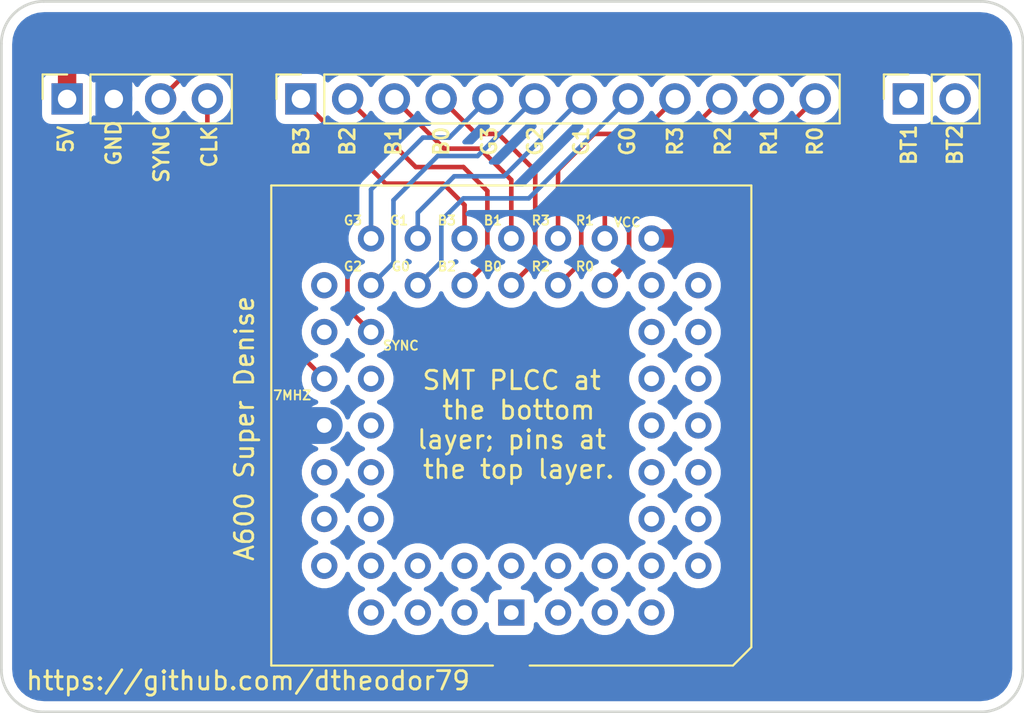
<source format=kicad_pcb>
(kicad_pcb (version 20211014) (generator pcbnew)
  (layers (0 "F.Cu" signal) (31 "B.Cu" signal) (34 "B.Paste" user) (35 "F.Paste" user) (36 "B.SilkS" user "B.Silkscreen") (37 "F.SilkS" user "F.Silkscreen") (38 "B.Mask" user) (39 "F.Mask" user) (44 "Edge.Cuts" user))
  (net 0 "")
  (footprint "Package_LCC:PLCC-52_THT-Socket" (layer "F.Cu") (at 142 66 180)
    (fp_text reference "A600 Super Denise" (at 14.5 10 270) (layer "F.SilkS"))
    (fp_text value "")
    (fp_line (start -1 -2.88) (end -12.04 -2.88) (layer "F.SilkS") (width 0.12))
    (fp_line (start 13.04 23.2) (end 13.04 -2.88) (layer "F.SilkS") (width 0.12))
    (fp_line (start 13.04 -2.88) (end 1 -2.88) (layer "F.SilkS") (width 0.12))
    (fp_line (start -12.04 -2.88) (end -13.04 -1.88) (layer "F.SilkS") (width 0.12))
    (fp_line (start -13.04 -1.88) (end -13.04 23.2) (layer "F.SilkS") (width 0.12))
    (fp_line (start -13.04 23.2) (end 13.04 23.2) (layer "F.SilkS") (width 0.12))
    (pad "1" thru_hole rect locked (at 0 0 180) (size 1.4224 1.4224) (drill 0.8) (layers *.Cu *.Mask))
    (pad "2" thru_hole circle locked (at 0 2.54 180) (size 1.4224 1.4224) (drill 0.8) (layers *.Cu *.Mask))
    (pad "3" thru_hole circle locked (at -2.54 0 180) (size 1.4224 1.4224) (drill 0.8) (layers *.Cu *.Mask))
    (pad "4" thru_hole circle locked (at -2.54 2.54 180) (size 1.4224 1.4224) (drill 0.8) (layers *.Cu *.Mask))
    (pad "5" thru_hole circle locked (at -5.08 0 180) (size 1.4224 1.4224) (drill 0.8) (layers *.Cu *.Mask))
    (pad "6" thru_hole circle locked (at -5.08 2.54 180) (size 1.4224 1.4224) (drill 0.8) (layers *.Cu *.Mask))
    (pad "7" thru_hole circle locked (at -7.62 0 180) (size 1.4224 1.4224) (drill 0.8) (layers *.Cu *.Mask))
    (pad "7MHZ" thru_hole circle locked (at 10.16 12.7 180) (size 1.4224 1.4224) (drill 0.8) (layers *.Cu *.Mask))
    (pad "8" thru_hole circle locked (at -10.16 2.54 180) (size 1.4224 1.4224) (drill 0.8) (layers *.Cu *.Mask))
    (pad "9" thru_hole circle locked (at -7.62 2.54 180) (size 1.4224 1.4224) (drill 0.8) (layers *.Cu *.Mask))
    (pad "10" thru_hole circle locked (at -10.16 5.08 180) (size 1.4224 1.4224) (drill 0.8) (layers *.Cu *.Mask))
    (pad "11" thru_hole circle locked (at -7.62 5.08 180) (size 1.4224 1.4224) (drill 0.8) (layers *.Cu *.Mask))
    (pad "12" thru_hole circle locked (at -10.16 7.62 180) (size 1.4224 1.4224) (drill 0.8) (layers *.Cu *.Mask))
    (pad "13" thru_hole circle locked (at -7.62 7.62 180) (size 1.4224 1.4224) (drill 0.8) (layers *.Cu *.Mask))
    (pad "14" thru_hole circle locked (at -10.16 10.16 180) (size 1.4224 1.4224) (drill 0.8) (layers *.Cu *.Mask))
    (pad "15" thru_hole circle locked (at -7.62 10.16 180) (size 1.4224 1.4224) (drill 0.8) (layers *.Cu *.Mask))
    (pad "16" thru_hole circle locked (at -10.16 12.7 180) (size 1.4224 1.4224) (drill 0.8) (layers *.Cu *.Mask))
    (pad "17" thru_hole circle locked (at -7.62 12.7 180) (size 1.4224 1.4224) (drill 0.8) (layers *.Cu *.Mask))
    (pad "18" thru_hole circle locked (at -10.16 15.24 180) (size 1.4224 1.4224) (drill 0.8) (layers *.Cu *.Mask))
    (pad "19" thru_hole circle locked (at -7.62 15.24 180) (size 1.4224 1.4224) (drill 0.8) (layers *.Cu *.Mask))
    (pad "20" thru_hole circle locked (at -10.16 17.78 180) (size 1.4224 1.4224) (drill 0.8) (layers *.Cu *.Mask))
    (pad "22" thru_hole circle locked (at -7.62 17.78 180) (size 1.4224 1.4224) (drill 0.8) (layers *.Cu *.Mask))
    (pad "34" thru_hole circle locked (at 10.16 17.78 180) (size 1.4224 1.4224) (drill 0.8) (layers *.Cu *.Mask))
    (pad "36" thru_hole circle locked (at 10.16 15.24 180) (size 1.4224 1.4224) (drill 0.8) (layers *.Cu *.Mask))
    (pad "39" thru_hole circle locked (at 7.62 12.7 180) (size 1.4224 1.4224) (drill 0.8) (layers *.Cu *.Mask))
    (pad "42" thru_hole circle locked (at 10.16 7.62 180) (size 1.4224 1.4224) (drill 0.8) (layers *.Cu *.Mask))
    (pad "43" thru_hole circle locked (at 7.62 7.62 180) (size 1.4224 1.4224) (drill 0.8) (layers *.Cu *.Mask))
    (pad "44" thru_hole circle locked (at 10.16 5.08 180) (size 1.4224 1.4224) (drill 0.8) (layers *.Cu *.Mask))
    (pad "45" thru_hole circle locked (at 7.62 5.08 180) (size 1.4224 1.4224) (drill 0.8) (layers *.Cu *.Mask))
    (pad "46" thru_hole circle locked (at 10.16 2.54 180) (size 1.4224 1.4224) (drill 0.8) (layers *.Cu *.Mask))
    (pad "47" thru_hole circle locked (at 7.62 0 180) (size 1.4224 1.4224) (drill 0.8) (layers *.Cu *.Mask))
    (pad "48" thru_hole circle locked (at 7.62 2.54 180) (size 1.4224 1.4224) (drill 0.8) (layers *.Cu *.Mask))
    (pad "49" thru_hole circle locked (at 5.08 0 180) (size 1.4224 1.4224) (drill 0.8) (layers *.Cu *.Mask))
    (pad "50" thru_hole circle locked (at 5.08 2.54 180) (size 1.4224 1.4224) (drill 0.8) (layers *.Cu *.Mask))
    (pad "51" thru_hole circle locked (at 2.54 0 180) (size 1.4224 1.4224) (drill 0.8) (layers *.Cu *.Mask))
    (pad "52" thru_hole circle locked (at 2.54 2.54 180) (size 1.4224 1.4224) (drill 0.8) (layers *.Cu *.Mask))
    (pad "B0" thru_hole circle locked (at 0 17.78 180) (size 1.4224 1.4224) (drill 0.8) (layers *.Cu *.Mask))
    (pad "B1" thru_hole circle locked (at 0 20.32 180) (size 1.4224 1.4224) (drill 0.8) (layers *.Cu *.Mask))
    (pad "B2" thru_hole circle locked (at 2.54 17.78 180) (size 1.4224 1.4224) (drill 0.8) (layers *.Cu *.Mask))
    (pad "B3" thru_hole circle locked (at 2.54 20.32 180) (size 1.4224 1.4224) (drill 0.8) (layers *.Cu *.Mask))
    (pad "CLK" thru_hole circle locked (at 7.62 10.16 180) (size 1.4224 1.4224) (drill 0.8) (layers *.Cu *.Mask))
    (pad "G0" thru_hole circle locked (at 5.08 17.78 180) (size 1.4224 1.4224) (drill 0.8) (layers *.Cu *.Mask))
    (pad "G1" thru_hole circle locked (at 5.08 20.32 180) (size 1.4224 1.4224) (drill 0.8) (layers *.Cu *.Mask))
    (pad "G2" thru_hole circle locked (at 7.62 17.78 180) (size 1.4224 1.4224) (drill 0.8) (layers *.Cu *.Mask))
    (pad "G3" thru_hole circle locked (at 7.62 20.32 180) (size 1.4224 1.4224) (drill 0.8) (layers *.Cu *.Mask))
    (pad "GND" thru_hole circle locked (at 10.16 10.16 180) (size 1.4224 1.4224) (drill 0.8) (layers *.Cu *.Mask))
    (pad "R0" thru_hole circle locked (at -5.08 17.78 180) (size 1.4224 1.4224) (drill 0.8) (layers *.Cu *.Mask))
    (pad "R1" thru_hole circle locked (at -5.08 20.32 180) (size 1.4224 1.4224) (drill 0.8) (layers *.Cu *.Mask))
    (pad "R2" thru_hole circle locked (at -2.54 17.78 180) (size 1.4224 1.4224) (drill 0.8) (layers *.Cu *.Mask))
    (pad "R3" thru_hole circle locked (at -2.54 20.32 180) (size 1.4224 1.4224) (drill 0.8) (layers *.Cu *.Mask))
    (pad "SYNC" thru_hole circle locked (at 7.62 15.24 180) (size 1.4224 1.4224) (drill 0.8) (layers *.Cu *.Mask))
    (pad "VCC" thru_hole circle locked (at -7.62 20.32 180) (size 1.4224 1.4224) (drill 0.8) (layers *.Cu *.Mask))
  )
  (footprint "Connector_PinSocket_2.54mm:PinSocket_1x04_P2.54mm_Vertical" (layer "F.Cu") (at 117.87 38.1 90)
    (fp_text reference "" (at 0 -2.77 90) (layer "F.SilkS"))
    (fp_text value "")
    (fp_line (start 1.33 -1.33) (end 1.33 0) (layer "F.SilkS") (width 0.12))
    (fp_line (start 1.33 1.27) (end 1.33 8.95) (layer "F.SilkS") (width 0.12))
    (fp_line (start -1.33 1.27) (end -1.33 8.95) (layer "F.SilkS") (width 0.12))
    (fp_line (start -1.33 8.95) (end 1.33 8.95) (layer "F.SilkS") (width 0.12))
    (fp_line (start 0 -1.33) (end 1.33 -1.33) (layer "F.SilkS") (width 0.12))
    (fp_line (start -1.33 1.27) (end 1.33 1.27) (layer "F.SilkS") (width 0.12))
    (pad "5V" thru_hole rect locked (at 0 0 90) (size 1.7 1.7) (drill 1) (layers *.Cu *.Mask))
    (pad "CLK" thru_hole oval locked (at 0 7.62 90) (size 1.7 1.7) (drill 1) (layers *.Cu *.Mask))
    (pad "GND" thru_hole oval locked (at 0 2.54 90) (size 1.7 1.7) (drill 1) (layers *.Cu *.Mask))
    (pad "SYNC" thru_hole oval locked (at 0 5.08 90) (size 1.7 1.7) (drill 1) (layers *.Cu *.Mask))
  )
  (footprint "Connector_PinSocket_2.54mm:PinSocket_1x12_P2.54mm_Vertical" (layer "F.Cu") (at 130.57 38.1 90)
    (fp_text reference "" (at 0 -2.77 90) (layer "F.SilkS"))
    (fp_text value "")
    (fp_line (start 1.33 -1.33) (end 1.33 0) (layer "F.SilkS") (width 0.12))
    (fp_line (start -1.33 1.27) (end 1.33 1.27) (layer "F.SilkS") (width 0.12))
    (fp_line (start 1.33 1.27) (end 1.33 29.27) (layer "F.SilkS") (width 0.12))
    (fp_line (start -1.33 1.27) (end -1.33 29.27) (layer "F.SilkS") (width 0.12))
    (fp_line (start -1.33 29.27) (end 1.33 29.27) (layer "F.SilkS") (width 0.12))
    (fp_line (start 0 -1.33) (end 1.33 -1.33) (layer "F.SilkS") (width 0.12))
    (pad "B0" thru_hole oval locked (at 0 7.62 90) (size 1.7 1.7) (drill 1) (layers *.Cu *.Mask))
    (pad "B1" thru_hole oval locked (at 0 5.08 90) (size 1.7 1.7) (drill 1) (layers *.Cu *.Mask))
    (pad "B2" thru_hole oval locked (at 0 2.54 90) (size 1.7 1.7) (drill 1) (layers *.Cu *.Mask))
    (pad "B3" thru_hole rect locked (at 0 0 90) (size 1.7 1.7) (drill 1) (layers *.Cu *.Mask))
    (pad "G0" thru_hole oval locked (at 0 17.78 90) (size 1.7 1.7) (drill 1) (layers *.Cu *.Mask))
    (pad "G1" thru_hole oval locked (at 0 15.24 90) (size 1.7 1.7) (drill 1) (layers *.Cu *.Mask))
    (pad "G2" thru_hole oval locked (at 0 12.7 90) (size 1.7 1.7) (drill 1) (layers *.Cu *.Mask))
    (pad "G3" thru_hole oval locked (at 0 10.16 90) (size 1.7 1.7) (drill 1) (layers *.Cu *.Mask))
    (pad "R0" thru_hole oval locked (at 0 27.94 90) (size 1.7 1.7) (drill 1) (layers *.Cu *.Mask))
    (pad "R1" thru_hole oval locked (at 0 25.4 90) (size 1.7 1.7) (drill 1) (layers *.Cu *.Mask))
    (pad "R2" thru_hole oval locked (at 0 22.86 90) (size 1.7 1.7) (drill 1) (layers *.Cu *.Mask))
    (pad "R3" thru_hole oval locked (at 0 20.32 90) (size 1.7 1.7) (drill 1) (layers *.Cu *.Mask))
  )
  (footprint "Connector_PinSocket_2.54mm:PinSocket_1x02_P2.54mm_Vertical" (layer "F.Cu") (at 163.57 38.1 90)
    (fp_text reference "" (at 0 -2.77 90) (layer "F.SilkS"))
    (fp_text value "")
    (fp_line (start 1.33 1.27) (end 1.33 3.87) (layer "F.SilkS") (width 0.12))
    (fp_line (start -1.33 1.27) (end -1.33 3.87) (layer "F.SilkS") (width 0.12))
    (fp_line (start 1.33 -1.33) (end 1.33 0) (layer "F.SilkS") (width 0.12))
    (fp_line (start -1.33 3.87) (end 1.33 3.87) (layer "F.SilkS") (width 0.12))
    (fp_line (start -1.33 1.27) (end 1.33 1.27) (layer "F.SilkS") (width 0.12))
    (fp_line (start 0 -1.33) (end 1.33 -1.33) (layer "F.SilkS") (width 0.12))
    (pad "BT1" thru_hole rect locked (at 0 0 90) (size 1.7 1.7) (drill 1) (layers *.Cu *.Mask))
    (pad "BT2" thru_hole oval locked (at 0 2.54 90) (size 1.7 1.7) (drill 1) (layers *.Cu *.Mask))
  )
  (gr_arc (start 169.8 69.1) (mid 169.126346 70.726346) (end 167.5 71.4) (layer "Edge.Cuts") (width 0.15))
  (gr_line (start 169.8 35.1) (end 169.8 69.1) (layer "Edge.Cuts") (width 0.15))
  (gr_arc (start 114.3 35.1) (mid 114.973654 33.473654) (end 116.6 32.8) (layer "Edge.Cuts") (width 0.15))
  (gr_arc (start 116.6 71.4) (mid 114.973654 70.726346) (end 114.3 69.1) (layer "Edge.Cuts") (width 0.15))
  (gr_line (start 114.3 69.1) (end 114.3 35.1) (layer "Edge.Cuts") (width 0.15))
  (gr_line (start 116.6 71.4) (end 167.5 71.4) (layer "Edge.Cuts") (width 0.15))
  (gr_arc (start 167.5 32.8) (mid 169.126346 33.473654) (end 169.8 35.1) (layer "Edge.Cuts") (width 0.15))
  (gr_line (start 167.5 32.8) (end 116.6 32.8) (layer "Edge.Cuts") (width 0.15))
  (gr_text "GND" (at 120.4 40.5 90) (layer "F.SilkS") (effects (font (size 0.8 0.8))))
  (gr_text "SYNC" (at 123 41.1 90) (layer "F.SilkS") (effects (font (size 0.8 0.8))))
  (gr_text "CLK" (at 125.6 40.7 90) (layer "F.SilkS") (effects (font (size 0.8 0.8))))
  (gr_text "B3" (at 130.6 40.4 90) (layer "F.SilkS") (effects (font (size 0.8 0.8))))
  (gr_text "B2" (at 133.1 40.4 90) (layer "F.SilkS") (effects (font (size 0.8 0.8))))
  (gr_text "B1" (at 135.6 40.4 90) (layer "F.SilkS") (effects (font (size 0.8 0.8))))
  (gr_text "B0" (at 138.2 40.4 90) (layer "F.SilkS") (effects (font (size 0.8 0.8))))
  (gr_text "G3" (at 140.8 40.4 90) (layer "F.SilkS") (effects (font (size 0.8 0.8))))
  (gr_text "G2" (at 143.3 40.4 90) (layer "F.SilkS") (effects (font (size 0.8 0.8))))
  (gr_text "G1" (at 145.8 40.4 90) (layer "F.SilkS") (effects (font (size 0.8 0.8))))
  (gr_text "G0" (at 148.3 40.4 90) (layer "F.SilkS") (effects (font (size 0.8 0.8))))
  (gr_text "R3" (at 150.9 40.4 90) (layer "F.SilkS") (effects (font (size 0.8 0.8))))
  (gr_text "R2" (at 153.5 40.4 90) (layer "F.SilkS") (effects (font (size 0.8 0.8))))
  (gr_text "R1" (at 156 40.4 90) (layer "F.SilkS") (effects (font (size 0.8 0.8))))
  (gr_text "R0" (at 158.5 40.4 90) (layer "F.SilkS") (effects (font (size 0.8 0.8))))
  (gr_text "BT1" (at 163.6 40.6 90) (layer "F.SilkS") (effects (font (size 0.8 0.8))))
  (gr_text "BT2" (at 166.1 40.6 90) (layer "F.SilkS") (effects (font (size 0.8 0.8))))
  (gr_text "SMT PLCC at \nthe bottom\nlayer; pins at \nthe top layer." (at 142.4 55.8) (layer "F.SilkS") (effects (font (size 1 1))))
  (gr_text "7MHZ" (at 130.1 54.2) (layer "F.SilkS") (effects (font (size 0.5 0.5) (thickness 0.1))))
  (gr_text "SYNC" (at 136 51.5) (layer "F.SilkS") (effects (font (size 0.5 0.5) (thickness 0.1))))
  (gr_text "G3" (at 133.4 44.7) (layer "F.SilkS") (effects (font (size 0.5 0.5) (thickness 0.1))))
  (gr_text "G2" (at 133.4 47.2) (layer "F.SilkS") (effects (font (size 0.5 0.5) (thickness 0.1))))
  (gr_text "G1" (at 135.9 44.7) (layer "F.SilkS") (effects (font (size 0.5 0.5) (thickness 0.1))))
  (gr_text "G0" (at 136 47.2) (layer "F.SilkS") (effects (font (size 0.5 0.5) (thickness 0.1))))
  (gr_text "B3" (at 138.5 44.7) (layer "F.SilkS") (effects (font (size 0.5 0.5) (thickness 0.1))))
  (gr_text "B2" (at 138.5 47.2) (layer "F.SilkS") (effects (font (size 0.5 0.5) (thickness 0.1))))
  (gr_text "B1" (at 141 44.7) (layer "F.SilkS") (effects (font (size 0.5 0.5) (thickness 0.1))))
  (gr_text "B0" (at 141 47.2) (layer "F.SilkS") (effects (font (size 0.5 0.5) (thickness 0.1))))
  (gr_text "R3" (at 143.6 44.7) (layer "F.SilkS") (effects (font (size 0.5 0.5) (thickness 0.1))))
  (gr_text "R2" (at 143.6 47.2) (layer "F.SilkS") (effects (font (size 0.5 0.5) (thickness 0.1))))
  (gr_text "R1" (at 146 44.7) (layer "F.SilkS") (effects (font (size 0.5 0.5) (thickness 0.1))))
  (gr_text "R0" (at 146 47.2) (layer "F.SilkS") (effects (font (size 0.5 0.5) (thickness 0.1))))
  (gr_text "VCC" (at 148.3 44.8) (layer "F.SilkS") (effects (font (size 0.5 0.5) (thickness 0.1))))
  (gr_text "5V" (at 117.8 40.3 90) (layer "F.SilkS") (effects (font (size 0.8 0.8))))
  (gr_text "https://github.com/dtheodor79" (at 127.7 69.7) (layer "F.SilkS") (effects (font (size 1 1))))
  (segment (start 143.3 46.92) (end 143.3 42) (width 0.25) (layer "F.Cu") (net 0))
  (segment (start 140.7 43.1) (end 139.4 41.8) (width 0.25) (layer "F.Cu") (net 0))
  (segment (start 129.5 45.1) (end 125.49 41.09) (width 0.25) (layer "F.Cu") (net 0))
  (segment (start 142 42.5) (end 140.3 40.8) (width 0.25) (layer "F.Cu") (net 0))
  (segment (start 144.54 45.68) (end 144.54 41.96) (width 0.25) (layer "F.Cu") (net 0))
  (segment (start 129.5 45.1) (end 129.5 50.96) (width 0.25) (layer "F.Cu") (net 0))
  (segment (start 135.17 42.7) (end 130.57 38.1) (width 0.25) (layer "F.Cu") (net 0))
  (segment (start 146.5 40) (end 148.99 40) (width 0.25) (layer "F.Cu") (net 0))
  (segment (start 144.54 48.22) (end 145.8 46.96) (width 0.25) (layer "F.Cu") (net 0))
  (segment (start 141.3 40) (end 140.09 40) (width 0.25) (layer "F.Cu") (net 0))
  (segment (start 140.09 40) (end 138.19 38.1) (width 0.25) (layer "F.Cu") (net 0))
  (segment (start 147.08 45.68) (end 147.08 43.02) (width 0.25) (layer "F.Cu") (net 0))
  (segment (start 117.87 36.33) (end 117.87 38.1) (width 1) (layer "F.Cu") (net 0))
  (segment (start 155.12 45.68) (end 160.9 39.9) (width 1) (layer "F.Cu") (net 0))
  (segment (start 142 48.22) (end 143.3 46.92) (width 0.25) (layer "F.Cu") (net 0))
  (segment (start 134.38 50.76) (end 133.1 49.48) (width 0.25) (layer "F.Cu") (net 0))
  (segment (start 154.41 42.2) (end 158.51 38.1) (width 0.25) (layer "F.Cu") (net 0))
  (segment (start 147.08 48.22) (end 148.4 46.9) (width 0.25) (layer "F.Cu") (net 0))
  (segment (start 147.08 43.02) (end 148.6 41.5) (width 0.25) (layer "F.Cu") (net 0))
  (segment (start 160.9 37) (end 158.8 34.9) (width 1) (layer "F.Cu") (net 0))
  (segment (start 160.9 39.9) (end 160.9 37) (width 1) (layer "F.Cu") (net 0))
  (segment (start 152.57 41.5) (end 155.97 38.1) (width 0.25) (layer "F.Cu") (net 0))
  (segment (start 147.4 40.7) (end 150.83 40.7) (width 0.25) (layer "F.Cu") (net 0))
  (segment (start 148.99 40) (end 150.89 38.1) (width 0.25) (layer "F.Cu") (net 0))
  (segment (start 136.81 41.8) (end 133.11 38.1) (width 0.25) (layer "F.Cu") (net 0))
  (segment (start 139.4 41.8) (end 136.81 41.8) (width 0.25) (layer "F.Cu") (net 0))
  (segment (start 148.4 46.9) (end 148.4 43.6) (width 0.25) (layer "F.Cu") (net 0))
  (segment (start 128.2 37.6) (end 126.8 36.2) (width 0.25) (layer "F.Cu") (net 0))
  (segment (start 139.46 48.22) (end 140.7 46.98) (width 0.25) (layer "F.Cu") (net 0))
  (segment (start 150.83 40.7) (end 153.43 38.1) (width 0.25) (layer "F.Cu") (net 0))
  (segment (start 145.8 42.3) (end 147.4 40.7) (width 0.25) (layer "F.Cu") (net 0))
  (segment (start 144.54 41.96) (end 146.5 40) (width 0.25) (layer "F.Cu") (net 0))
  (segment (start 133.1 49.48) (end 133.1 46.9) (width 0.25) (layer "F.Cu") (net 0))
  (segment (start 148.4 43.6) (end 149.8 42.2) (width 0.25) (layer "F.Cu") (net 0))
  (segment (start 145.8 46.96) (end 145.8 42.3) (width 0.25) (layer "F.Cu") (net 0))
  (segment (start 133.1 46.9) (end 128.2 42) (width 0.25) (layer "F.Cu") (net 0))
  (segment (start 124.85 36.2) (end 122.95 38.1) (width 0.25) (layer "F.Cu") (net 0))
  (segment (start 126.8 36.2) (end 124.85 36.2) (width 0.25) (layer "F.Cu") (net 0))
  (segment (start 158.8 34.9) (end 119.3 34.9) (width 1) (layer "F.Cu") (net 0))
  (segment (start 149.8 42.2) (end 154.41 42.2) (width 0.25) (layer "F.Cu") (net 0))
  (segment (start 138.3 42.7) (end 135.17 42.7) (width 0.25) (layer "F.Cu") (net 0))
  (segment (start 143.3 42) (end 141.3 40) (width 0.25) (layer "F.Cu") (net 0))
  (segment (start 139.46 43.86) (end 138.3 42.7) (width 0.25) (layer "F.Cu") (net 0))
  (segment (start 149.62 45.68) (end 155.12 45.68) (width 1) (layer "F.Cu") (net 0))
  (segment (start 139.46 45.68) (end 139.46 43.86) (width 0.25) (layer "F.Cu") (net 0))
  (segment (start 148.6 41.5) (end 152.57 41.5) (width 0.25) (layer "F.Cu") (net 0))
  (segment (start 119.3 34.9) (end 117.87 36.33) (width 1) (layer "F.Cu") (net 0))
  (segment (start 128.2 42) (end 128.2 37.6) (width 0.25) (layer "F.Cu") (net 0))
  (segment (start 125.49 41.09) (end 125.49 38.1) (width 0.25) (layer "F.Cu") (net 0))
  (segment (start 138.35 40.8) (end 135.65 38.1) (width 0.25) (layer "F.Cu") (net 0))
  (segment (start 129.5 50.96) (end 131.84 53.3) (width 0.25) (layer "F.Cu") (net 0))
  (segment (start 140.3 40.8) (end 138.35 40.8) (width 0.25) (layer "F.Cu") (net 0))
  (segment (start 140.7 46.98) (end 140.7 43.1) (width 0.25) (layer "F.Cu") (net 0))
  (segment (start 142 45.68) (end 142 42.5) (width 0.25) (layer "F.Cu") (net 0))
  (segment (start 120.41 38.1) (end 120.41 36.89) (width 2) (layer "B.Cu") (net 0))
  (segment (start 141.61 42.3) (end 145.81 38.1) (width 0.25) (layer "B.Cu") (net 0))
  (segment (start 138.63 40.2) (end 140.73 38.1) (width 0.25) (layer "B.Cu") (net 0))
  (segment (start 135.6 43.6) (end 138 41.2) (width 0.25) (layer "B.Cu") (net 0))
  (segment (start 136.92 45.68) (end 136.92 44.28) (width 0.25) (layer "B.Cu") (net 0))
  (segment (start 134.38 45.68) (end 134.38 43.02) (width 0.25) (layer "B.Cu") (net 0))
  (segment (start 138.9 42.3) (end 141.61 42.3) (width 0.25) (layer "B.Cu") (net 0))
  (segment (start 135.6 47) (end 135.6 43.6) (width 0.25) (layer "B.Cu") (net 0))
  (segment (start 138.2 46.94) (end 138.2 44.7) (width 0.25) (layer "B.Cu") (net 0))
  (segment (start 120.41 38.1) (end 120.41 39.69) (width 2) (layer "B.Cu") (net 0))
  (segment (start 138.2 44.7) (end 139.4 43.5) (width 0.25) (layer "B.Cu") (net 0))
  (segment (start 139.4 43.5) (end 142.95 43.5) (width 0.25) (layer "B.Cu") (net 0))
  (segment (start 137.2 40.2) (end 138.63 40.2) (width 0.25) (layer "B.Cu") (net 0))
  (segment (start 140.17 41.2) (end 143.27 38.1) (width 0.25) (layer "B.Cu") (net 0))
  (segment (start 136.92 44.28) (end 138.9 42.3) (width 0.25) (layer "B.Cu") (net 0))
  (segment (start 136.92 48.22) (end 138.2 46.94) (width 0.25) (layer "B.Cu") (net 0))
  (segment (start 142.95 43.5) (end 148.35 38.1) (width 0.25) (layer "B.Cu") (net 0))
  (segment (start 131.84 55.84) (end 130.54 55.84) (width 2) (layer "B.Cu") (net 0))
  (segment (start 134.38 48.22) (end 135.6 47) (width 0.25) (layer "B.Cu") (net 0))
  (segment (start 134.38 43.02) (end 137.2 40.2) (width 0.25) (layer "B.Cu") (net 0))
  (segment (start 138 41.2) (end 140.17 41.2) (width 0.25) (layer "B.Cu") (net 0))
  (zone (net 0) (net_name "") (layer "B.Cu") (connect_pads (clearance 0.508)) (min_thickness 0.254) (fill yes (thermal_gap 1) (thermal_bridge_width 1))
    (polygon (pts (xy 169.8 71.4) (xy 114.3 71.4) (xy 114.3 32.8) (xy 169.8 32.8)))
  )
)
</source>
